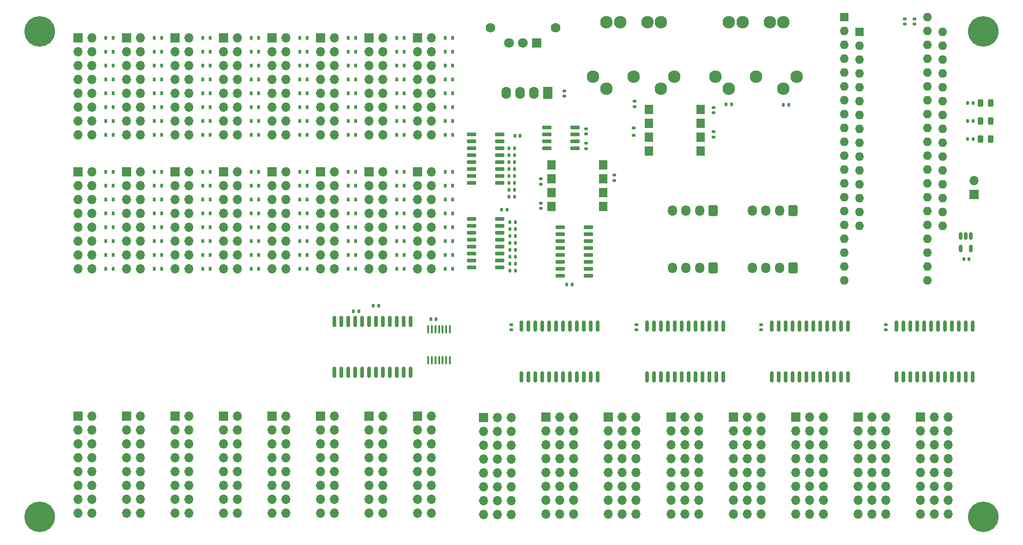
<source format=gts>
G04 #@! TF.GenerationSoftware,KiCad,Pcbnew,6.0.4*
G04 #@! TF.CreationDate,2022-06-03T16:07:39+02:00*
G04 #@! TF.ProjectId,OpenDeck-r3.0.1,4f70656e-4465-4636-9b2d-72332e302e31,rev?*
G04 #@! TF.SameCoordinates,Original*
G04 #@! TF.FileFunction,Soldermask,Top*
G04 #@! TF.FilePolarity,Negative*
%FSLAX46Y46*%
G04 Gerber Fmt 4.6, Leading zero omitted, Abs format (unit mm)*
G04 Created by KiCad (PCBNEW 6.0.4) date 2022-06-03 16:07:39*
%MOMM*%
%LPD*%
G01*
G04 APERTURE LIST*
G04 Aperture macros list*
%AMRoundRect*
0 Rectangle with rounded corners*
0 $1 Rounding radius*
0 $2 $3 $4 $5 $6 $7 $8 $9 X,Y pos of 4 corners*
0 Add a 4 corners polygon primitive as box body*
4,1,4,$2,$3,$4,$5,$6,$7,$8,$9,$2,$3,0*
0 Add four circle primitives for the rounded corners*
1,1,$1+$1,$2,$3*
1,1,$1+$1,$4,$5*
1,1,$1+$1,$6,$7*
1,1,$1+$1,$8,$9*
0 Add four rect primitives between the rounded corners*
20,1,$1+$1,$2,$3,$4,$5,0*
20,1,$1+$1,$4,$5,$6,$7,0*
20,1,$1+$1,$6,$7,$8,$9,0*
20,1,$1+$1,$8,$9,$2,$3,0*%
G04 Aperture macros list end*
%ADD10R,0.600000X0.700000*%
%ADD11R,1.700000X1.700000*%
%ADD12O,1.700000X1.700000*%
%ADD13RoundRect,0.243750X0.243750X0.456250X-0.243750X0.456250X-0.243750X-0.456250X0.243750X-0.456250X0*%
%ADD14RoundRect,0.135000X-0.135000X-0.185000X0.135000X-0.185000X0.135000X0.185000X-0.135000X0.185000X0*%
%ADD15C,5.600000*%
%ADD16RoundRect,0.135000X-0.185000X0.135000X-0.185000X-0.135000X0.185000X-0.135000X0.185000X0.135000X0*%
%ADD17RoundRect,0.250000X0.600000X0.725000X-0.600000X0.725000X-0.600000X-0.725000X0.600000X-0.725000X0*%
%ADD18O,1.700000X1.950000*%
%ADD19C,2.300000*%
%ADD20RoundRect,0.140000X0.170000X-0.140000X0.170000X0.140000X-0.170000X0.140000X-0.170000X-0.140000X0*%
%ADD21R,1.600000X1.600000*%
%ADD22O,1.600000X1.600000*%
%ADD23RoundRect,0.150000X-0.725000X-0.150000X0.725000X-0.150000X0.725000X0.150000X-0.725000X0.150000X0*%
%ADD24RoundRect,0.140000X0.140000X0.170000X-0.140000X0.170000X-0.140000X-0.170000X0.140000X-0.170000X0*%
%ADD25R,1.750000X2.250000*%
%ADD26O,1.750000X2.250000*%
%ADD27R,1.520000X1.780000*%
%ADD28R,1.520000X1.750000*%
%ADD29RoundRect,0.140000X-0.170000X0.140000X-0.170000X-0.140000X0.170000X-0.140000X0.170000X0.140000X0*%
%ADD30RoundRect,0.150000X-0.150000X0.512500X-0.150000X-0.512500X0.150000X-0.512500X0.150000X0.512500X0*%
%ADD31R,0.700000X0.600000*%
%ADD32RoundRect,0.100000X0.100000X-0.637500X0.100000X0.637500X-0.100000X0.637500X-0.100000X-0.637500X0*%
%ADD33RoundRect,0.150000X0.150000X-0.875000X0.150000X0.875000X-0.150000X0.875000X-0.150000X-0.875000X0*%
%ADD34RoundRect,0.135000X0.185000X-0.135000X0.185000X0.135000X-0.185000X0.135000X-0.185000X-0.135000X0*%
%ADD35RoundRect,0.150000X0.725000X0.150000X-0.725000X0.150000X-0.725000X-0.150000X0.725000X-0.150000X0*%
%ADD36C,1.778000*%
%ADD37R,1.800000X1.800000*%
%ADD38C,1.800000*%
%ADD39RoundRect,0.135000X0.135000X0.185000X-0.135000X0.185000X-0.135000X-0.185000X0.135000X-0.185000X0*%
%ADD40RoundRect,0.140000X-0.140000X-0.170000X0.140000X-0.170000X0.140000X0.170000X-0.140000X0.170000X0*%
G04 APERTURE END LIST*
D10*
X141540000Y-36322000D03*
X142940000Y-36322000D03*
X132650000Y-36322000D03*
X134050000Y-36322000D03*
X123760000Y-46482000D03*
X125160000Y-46482000D03*
X114870000Y-46482000D03*
X116270000Y-46482000D03*
D11*
X166365000Y-100775000D03*
D12*
X166365000Y-103315000D03*
X166365000Y-105855000D03*
X166365000Y-108395000D03*
X166365000Y-110935000D03*
X166365000Y-113475000D03*
X166365000Y-116015000D03*
X166365000Y-118555000D03*
X168905000Y-100775000D03*
X168905000Y-103315000D03*
X168905000Y-105855000D03*
X168905000Y-108395000D03*
X168905000Y-110935000D03*
X168905000Y-113475000D03*
X168905000Y-116015000D03*
X168905000Y-118555000D03*
X171445000Y-100775000D03*
X171445000Y-103315000D03*
X171445000Y-105855000D03*
X171445000Y-108395000D03*
X171445000Y-110935000D03*
X171445000Y-113475000D03*
X171445000Y-116015000D03*
X171445000Y-118555000D03*
D10*
X132650000Y-65913000D03*
X134050000Y-65913000D03*
D13*
X259382500Y-43180000D03*
X257507500Y-43180000D03*
D14*
X171194000Y-68834000D03*
X172214000Y-68834000D03*
D15*
X258000000Y-30000000D03*
D10*
X141540000Y-31242000D03*
X142940000Y-31242000D03*
X105980000Y-46482000D03*
X107380000Y-46482000D03*
X159320000Y-33782000D03*
X160720000Y-33782000D03*
D16*
X185166000Y-50544000D03*
X185166000Y-51564000D03*
D17*
X208474000Y-73406000D03*
D18*
X205974000Y-73406000D03*
X203474000Y-73406000D03*
X200974000Y-73406000D03*
D14*
X171194000Y-67564000D03*
X172214000Y-67564000D03*
D11*
X256286000Y-59944000D03*
D12*
X256286000Y-57404000D03*
D14*
X171067000Y-59065640D03*
X172087000Y-59065640D03*
D10*
X159320000Y-38862000D03*
X160720000Y-38862000D03*
X123760000Y-36322000D03*
X125160000Y-36322000D03*
D14*
X171067000Y-57795640D03*
X172087000Y-57795640D03*
D10*
X97090000Y-73533000D03*
X98490000Y-73533000D03*
D16*
X208534000Y-48398000D03*
X208534000Y-49418000D03*
D10*
X105980000Y-31242000D03*
X107380000Y-31242000D03*
D17*
X223123000Y-62882000D03*
D18*
X220623000Y-62882000D03*
X218123000Y-62882000D03*
X215623000Y-62882000D03*
D10*
X105980000Y-70993000D03*
X107380000Y-70993000D03*
D19*
X208908000Y-38313000D03*
X216358000Y-38313000D03*
X223808000Y-38313000D03*
X211358000Y-40513000D03*
X221358000Y-40513000D03*
X221358000Y-28363000D03*
X211358000Y-28363000D03*
X213858000Y-28363000D03*
X218858000Y-28363000D03*
D10*
X97090000Y-70993000D03*
X98490000Y-70993000D03*
X159320000Y-65913000D03*
X160720000Y-65913000D03*
X105980000Y-43942000D03*
X107380000Y-43942000D03*
X105980000Y-36322000D03*
X107380000Y-36322000D03*
D20*
X243586000Y-28674000D03*
X243586000Y-27714000D03*
D10*
X132650000Y-41402000D03*
X134050000Y-41402000D03*
D21*
X235331000Y-30084000D03*
D22*
X235331000Y-32624000D03*
X235331000Y-35164000D03*
X235331000Y-37704000D03*
X235331000Y-40244000D03*
X235331000Y-42784000D03*
X235331000Y-45324000D03*
X235331000Y-47864000D03*
X235331000Y-50404000D03*
X235331000Y-52944000D03*
X235331000Y-55484000D03*
X235331000Y-58024000D03*
X235331000Y-60564000D03*
X235331000Y-63104000D03*
X235331000Y-65644000D03*
X250571000Y-65644000D03*
X250571000Y-63104000D03*
X250571000Y-60564000D03*
X250571000Y-58024000D03*
X250571000Y-55484000D03*
X250571000Y-52944000D03*
X250571000Y-50404000D03*
X250571000Y-47864000D03*
X250571000Y-45324000D03*
X250571000Y-42784000D03*
X250571000Y-40244000D03*
X250571000Y-37704000D03*
X250571000Y-35164000D03*
X250571000Y-32624000D03*
X250571000Y-30084000D03*
D11*
X223652000Y-100745000D03*
D12*
X223652000Y-103285000D03*
X223652000Y-105825000D03*
X223652000Y-108365000D03*
X223652000Y-110905000D03*
X223652000Y-113445000D03*
X223652000Y-115985000D03*
X223652000Y-118525000D03*
X226192000Y-100745000D03*
X226192000Y-103285000D03*
X226192000Y-105825000D03*
X226192000Y-108365000D03*
X226192000Y-110905000D03*
X226192000Y-113445000D03*
X226192000Y-115985000D03*
X226192000Y-118525000D03*
X228732000Y-100745000D03*
X228732000Y-103285000D03*
X228732000Y-105825000D03*
X228732000Y-108365000D03*
X228732000Y-110905000D03*
X228732000Y-113445000D03*
X228732000Y-115985000D03*
X228732000Y-118525000D03*
D11*
X100930596Y-100545916D03*
D12*
X103470596Y-100545916D03*
X100930596Y-103085916D03*
X103470596Y-103085916D03*
X100930596Y-105625916D03*
X103470596Y-105625916D03*
X100930596Y-108165916D03*
X103470596Y-108165916D03*
X100930596Y-110705916D03*
X103470596Y-110705916D03*
X100930596Y-113245916D03*
X103470596Y-113245916D03*
X100930596Y-115785916D03*
X103470596Y-115785916D03*
X100930596Y-118325916D03*
X103470596Y-118325916D03*
D14*
X171067000Y-53985640D03*
X172087000Y-53985640D03*
D10*
X123760000Y-33782000D03*
X125160000Y-33782000D03*
D17*
X223139000Y-73406000D03*
D18*
X220639000Y-73406000D03*
X218139000Y-73406000D03*
X215639000Y-73406000D03*
D23*
X178019000Y-47625000D03*
X178019000Y-48895000D03*
X178019000Y-50165000D03*
X178019000Y-51435000D03*
X183169000Y-51435000D03*
X183169000Y-50165000D03*
X183169000Y-48895000D03*
X183169000Y-47625000D03*
D10*
X150430000Y-68453000D03*
X151830000Y-68453000D03*
D24*
X173073000Y-49159640D03*
X172113000Y-49159640D03*
D25*
X178181000Y-41275000D03*
D26*
X175641000Y-41275000D03*
X173101000Y-41275000D03*
X170561000Y-41275000D03*
D11*
X92075000Y-55753000D03*
D12*
X94615000Y-55753000D03*
X92075000Y-58293000D03*
X94615000Y-58293000D03*
X92075000Y-60833000D03*
X94615000Y-60833000D03*
X92075000Y-63373000D03*
X94615000Y-63373000D03*
X92075000Y-65913000D03*
X94615000Y-65913000D03*
X92075000Y-68453000D03*
X94615000Y-68453000D03*
X92075000Y-70993000D03*
X94615000Y-70993000D03*
X92075000Y-73533000D03*
X94615000Y-73533000D03*
D10*
X132650000Y-58293000D03*
X134050000Y-58293000D03*
D14*
X171067000Y-55255640D03*
X172087000Y-55255640D03*
D11*
X109855000Y-55753000D03*
D12*
X112395000Y-55753000D03*
X109855000Y-58293000D03*
X112395000Y-58293000D03*
X109855000Y-60833000D03*
X112395000Y-60833000D03*
X109855000Y-63373000D03*
X112395000Y-63373000D03*
X109855000Y-65913000D03*
X112395000Y-65913000D03*
X109855000Y-68453000D03*
X112395000Y-68453000D03*
X109855000Y-70993000D03*
X112395000Y-70993000D03*
X109855000Y-73533000D03*
X112395000Y-73533000D03*
D10*
X132650000Y-55753000D03*
X134050000Y-55753000D03*
D14*
X171067000Y-52715640D03*
X172087000Y-52715640D03*
D10*
X150430000Y-36322000D03*
X151830000Y-36322000D03*
X97090000Y-49022000D03*
X98490000Y-49022000D03*
X97090000Y-31242000D03*
X98490000Y-31242000D03*
D27*
X188340989Y-62103000D03*
D28*
X188340989Y-59563000D03*
D27*
X188340989Y-57023000D03*
X188340989Y-54483000D03*
X178820989Y-54483000D03*
X178820989Y-57023000D03*
X178820989Y-59563000D03*
X178820989Y-62103000D03*
D10*
X114870000Y-70993000D03*
X116270000Y-70993000D03*
D11*
X136525000Y-31242000D03*
D12*
X139065000Y-31242000D03*
X136525000Y-33782000D03*
X139065000Y-33782000D03*
X136525000Y-36322000D03*
X139065000Y-36322000D03*
X136525000Y-38862000D03*
X139065000Y-38862000D03*
X136525000Y-41402000D03*
X139065000Y-41402000D03*
X136525000Y-43942000D03*
X139065000Y-43942000D03*
X136525000Y-46482000D03*
X139065000Y-46482000D03*
X136525000Y-49022000D03*
X139065000Y-49022000D03*
D14*
X171194000Y-70104000D03*
X172214000Y-70104000D03*
D29*
X176911000Y-61496000D03*
X176911000Y-62456000D03*
D11*
X109855000Y-31242000D03*
D12*
X112395000Y-31242000D03*
X109855000Y-33782000D03*
X112395000Y-33782000D03*
X109855000Y-36322000D03*
X112395000Y-36322000D03*
X109855000Y-38862000D03*
X112395000Y-38862000D03*
X109855000Y-41402000D03*
X112395000Y-41402000D03*
X109855000Y-43942000D03*
X112395000Y-43942000D03*
X109855000Y-46482000D03*
X112395000Y-46482000D03*
X109855000Y-49022000D03*
X112395000Y-49022000D03*
D15*
X258000000Y-119000000D03*
D10*
X97090000Y-41402000D03*
X98490000Y-41402000D03*
X159320000Y-63373000D03*
X160720000Y-63373000D03*
D13*
X259382500Y-49784000D03*
X257507500Y-49784000D03*
D10*
X105980000Y-73533000D03*
X107380000Y-73533000D03*
X114870000Y-73533000D03*
X116270000Y-73533000D03*
X123760000Y-60833000D03*
X125160000Y-60833000D03*
X159320000Y-60833000D03*
X160720000Y-60833000D03*
D11*
X100965000Y-55753000D03*
D12*
X103505000Y-55753000D03*
X100965000Y-58293000D03*
X103505000Y-58293000D03*
X100965000Y-60833000D03*
X103505000Y-60833000D03*
X100965000Y-63373000D03*
X103505000Y-63373000D03*
X100965000Y-65913000D03*
X103505000Y-65913000D03*
X100965000Y-68453000D03*
X103505000Y-68453000D03*
X100965000Y-70993000D03*
X103505000Y-70993000D03*
X100965000Y-73533000D03*
X103505000Y-73533000D03*
D23*
X164176000Y-64389000D03*
X164176000Y-65659000D03*
X164176000Y-66929000D03*
X164176000Y-68199000D03*
X164176000Y-69469000D03*
X164176000Y-70739000D03*
X164176000Y-72009000D03*
X164176000Y-73279000D03*
X169326000Y-73279000D03*
X169326000Y-72009000D03*
X169326000Y-70739000D03*
X169326000Y-69469000D03*
X169326000Y-68199000D03*
X169326000Y-66929000D03*
X169326000Y-65659000D03*
X169326000Y-64389000D03*
D14*
X171067000Y-51445640D03*
X172087000Y-51445640D03*
D10*
X150430000Y-41402000D03*
X151830000Y-41402000D03*
X123760000Y-55753000D03*
X125160000Y-55753000D03*
D30*
X255699000Y-67564000D03*
X254749000Y-67564000D03*
X253799000Y-67564000D03*
X253799000Y-69839000D03*
X255699000Y-69839000D03*
D24*
X182598000Y-76454000D03*
X181638000Y-76454000D03*
D10*
X105980000Y-33782000D03*
X107380000Y-33782000D03*
D11*
X136490596Y-100545916D03*
D12*
X139030596Y-100545916D03*
X136490596Y-103085916D03*
X139030596Y-103085916D03*
X136490596Y-105625916D03*
X139030596Y-105625916D03*
X136490596Y-108165916D03*
X139030596Y-108165916D03*
X136490596Y-110705916D03*
X139030596Y-110705916D03*
X136490596Y-113245916D03*
X139030596Y-113245916D03*
X136490596Y-115785916D03*
X139030596Y-115785916D03*
X136490596Y-118325916D03*
X139030596Y-118325916D03*
D24*
X157676000Y-82765916D03*
X156716000Y-82765916D03*
D10*
X123760000Y-41402000D03*
X125160000Y-41402000D03*
D11*
X92075000Y-31242000D03*
D12*
X94615000Y-31242000D03*
X92075000Y-33782000D03*
X94615000Y-33782000D03*
X92075000Y-36322000D03*
X94615000Y-36322000D03*
X92075000Y-38862000D03*
X94615000Y-38862000D03*
X92075000Y-41402000D03*
X94615000Y-41402000D03*
X92075000Y-43942000D03*
X94615000Y-43942000D03*
X92075000Y-46482000D03*
X94615000Y-46482000D03*
X92075000Y-49022000D03*
X94615000Y-49022000D03*
D11*
X92040596Y-100530916D03*
D12*
X94580596Y-100530916D03*
X92040596Y-103070916D03*
X94580596Y-103070916D03*
X92040596Y-105610916D03*
X94580596Y-105610916D03*
X92040596Y-108150916D03*
X94580596Y-108150916D03*
X92040596Y-110690916D03*
X94580596Y-110690916D03*
X92040596Y-113230916D03*
X94580596Y-113230916D03*
X92040596Y-115770916D03*
X94580596Y-115770916D03*
X92040596Y-118310916D03*
X94580596Y-118310916D03*
D14*
X171194000Y-66294000D03*
X172214000Y-66294000D03*
D10*
X132650000Y-73533000D03*
X134050000Y-73533000D03*
D14*
X171194000Y-73914000D03*
X172214000Y-73914000D03*
D13*
X259382500Y-46482000D03*
X257507500Y-46482000D03*
D10*
X114870000Y-65913000D03*
X116270000Y-65913000D03*
X159320000Y-41402000D03*
X160720000Y-41402000D03*
D31*
X193929000Y-47687000D03*
X193929000Y-49087000D03*
D14*
X171194000Y-71374000D03*
X172214000Y-71374000D03*
D32*
X156262000Y-90327416D03*
X156912000Y-90327416D03*
X157562000Y-90327416D03*
X158212000Y-90327416D03*
X158862000Y-90327416D03*
X159512000Y-90327416D03*
X160162000Y-90327416D03*
X160162000Y-84602416D03*
X159512000Y-84602416D03*
X158862000Y-84602416D03*
X158212000Y-84602416D03*
X157562000Y-84602416D03*
X156912000Y-84602416D03*
X156262000Y-84602416D03*
D10*
X97090000Y-63373000D03*
X98490000Y-63373000D03*
X150430000Y-60833000D03*
X151830000Y-60833000D03*
X105980000Y-38862000D03*
X107380000Y-38862000D03*
X150430000Y-58293000D03*
X151830000Y-58293000D03*
X159320000Y-58293000D03*
X160720000Y-58293000D03*
X114870000Y-33782000D03*
X116270000Y-33782000D03*
X159320000Y-36322000D03*
X160720000Y-36322000D03*
D21*
X232537000Y-27432000D03*
D22*
X232537000Y-29972000D03*
X232537000Y-32512000D03*
X232537000Y-35052000D03*
X232537000Y-37592000D03*
X232537000Y-40132000D03*
X232537000Y-42672000D03*
X232537000Y-45212000D03*
X232537000Y-47752000D03*
X232537000Y-50292000D03*
X232537000Y-52832000D03*
X232537000Y-55372000D03*
X232537000Y-57912000D03*
X232537000Y-60452000D03*
X232537000Y-62992000D03*
X232537000Y-65532000D03*
X232537000Y-68072000D03*
X232537000Y-70612000D03*
X232537000Y-73152000D03*
X232537000Y-75692000D03*
X247777000Y-75692000D03*
X247777000Y-73152000D03*
X247777000Y-70612000D03*
X247777000Y-68072000D03*
X247777000Y-65532000D03*
X247777000Y-62992000D03*
X247777000Y-60452000D03*
X247777000Y-57912000D03*
X247777000Y-55372000D03*
X247777000Y-52832000D03*
X247777000Y-50292000D03*
X247777000Y-47752000D03*
X247777000Y-45212000D03*
X247777000Y-42672000D03*
X247777000Y-40132000D03*
X247777000Y-37592000D03*
X247777000Y-35052000D03*
X247777000Y-32512000D03*
X247777000Y-29972000D03*
X247777000Y-27432000D03*
D10*
X123760000Y-43942000D03*
X125160000Y-43942000D03*
X105980000Y-63373000D03*
X107380000Y-63373000D03*
D20*
X185166000Y-48867000D03*
X185166000Y-47907000D03*
D10*
X132650000Y-43942000D03*
X134050000Y-43942000D03*
X159320000Y-55753000D03*
X160720000Y-55753000D03*
D33*
X242062000Y-93330000D03*
X243332000Y-93330000D03*
X244602000Y-93330000D03*
X245872000Y-93330000D03*
X247142000Y-93330000D03*
X248412000Y-93330000D03*
X249682000Y-93330000D03*
X250952000Y-93330000D03*
X252222000Y-93330000D03*
X253492000Y-93330000D03*
X254762000Y-93330000D03*
X256032000Y-93330000D03*
X256032000Y-84030000D03*
X254762000Y-84030000D03*
X253492000Y-84030000D03*
X252222000Y-84030000D03*
X250952000Y-84030000D03*
X249682000Y-84030000D03*
X248412000Y-84030000D03*
X247142000Y-84030000D03*
X245872000Y-84030000D03*
X244602000Y-84030000D03*
X243332000Y-84030000D03*
X242062000Y-84030000D03*
X139035000Y-92495916D03*
X140305000Y-92495916D03*
X141575000Y-92495916D03*
X142845000Y-92495916D03*
X144115000Y-92495916D03*
X145385000Y-92495916D03*
X146655000Y-92495916D03*
X147925000Y-92495916D03*
X149195000Y-92495916D03*
X150465000Y-92495916D03*
X151735000Y-92495916D03*
X153005000Y-92495916D03*
X153005000Y-83195916D03*
X151735000Y-83195916D03*
X150465000Y-83195916D03*
X149195000Y-83195916D03*
X147925000Y-83195916D03*
X146655000Y-83195916D03*
X145385000Y-83195916D03*
X144115000Y-83195916D03*
X142845000Y-83195916D03*
X141575000Y-83195916D03*
X140305000Y-83195916D03*
X139035000Y-83195916D03*
D10*
X141540000Y-38862000D03*
X142940000Y-38862000D03*
D17*
X208474000Y-62882000D03*
D18*
X205974000Y-62882000D03*
X203474000Y-62882000D03*
X200974000Y-62882000D03*
D10*
X114870000Y-68453000D03*
X116270000Y-68453000D03*
D14*
X221352000Y-43520000D03*
X222372000Y-43520000D03*
D20*
X240157000Y-84715000D03*
X240157000Y-83755000D03*
D11*
X246507000Y-100745000D03*
D12*
X246507000Y-103285000D03*
X246507000Y-105825000D03*
X246507000Y-108365000D03*
X246507000Y-110905000D03*
X246507000Y-113445000D03*
X246507000Y-115985000D03*
X246507000Y-118525000D03*
X249047000Y-100745000D03*
X249047000Y-103285000D03*
X249047000Y-105825000D03*
X249047000Y-108365000D03*
X249047000Y-110905000D03*
X249047000Y-113445000D03*
X249047000Y-115985000D03*
X249047000Y-118525000D03*
X251587000Y-100745000D03*
X251587000Y-103285000D03*
X251587000Y-105825000D03*
X251587000Y-108365000D03*
X251587000Y-110905000D03*
X251587000Y-113445000D03*
X251587000Y-115985000D03*
X251587000Y-118525000D03*
D10*
X114870000Y-31242000D03*
X116270000Y-31242000D03*
X150430000Y-31242000D03*
X151830000Y-31242000D03*
X114870000Y-55753000D03*
X116270000Y-55753000D03*
X105980000Y-55753000D03*
X107380000Y-55753000D03*
X132650000Y-70993000D03*
X134050000Y-70993000D03*
D33*
X196347000Y-93330000D03*
X197617000Y-93330000D03*
X198887000Y-93330000D03*
X200157000Y-93330000D03*
X201427000Y-93330000D03*
X202697000Y-93330000D03*
X203967000Y-93330000D03*
X205237000Y-93330000D03*
X206507000Y-93330000D03*
X207777000Y-93330000D03*
X209047000Y-93330000D03*
X210317000Y-93330000D03*
X210317000Y-84030000D03*
X209047000Y-84030000D03*
X207777000Y-84030000D03*
X206507000Y-84030000D03*
X205237000Y-84030000D03*
X203967000Y-84030000D03*
X202697000Y-84030000D03*
X201427000Y-84030000D03*
X200157000Y-84030000D03*
X198887000Y-84030000D03*
X197617000Y-84030000D03*
X196347000Y-84030000D03*
D11*
X136525000Y-55753000D03*
D12*
X139065000Y-55753000D03*
X136525000Y-58293000D03*
X139065000Y-58293000D03*
X136525000Y-60833000D03*
X139065000Y-60833000D03*
X136525000Y-63373000D03*
X139065000Y-63373000D03*
X136525000Y-65913000D03*
X139065000Y-65913000D03*
X136525000Y-68453000D03*
X139065000Y-68453000D03*
X136525000Y-70993000D03*
X139065000Y-70993000D03*
X136525000Y-73533000D03*
X139065000Y-73533000D03*
D10*
X150430000Y-38862000D03*
X151830000Y-38862000D03*
X114870000Y-38862000D03*
X116270000Y-38862000D03*
X141540000Y-49022000D03*
X142940000Y-49022000D03*
X141540000Y-41402000D03*
X142940000Y-41402000D03*
X132650000Y-60833000D03*
X134050000Y-60833000D03*
X150430000Y-73533000D03*
X151830000Y-73533000D03*
X123760000Y-31242000D03*
X125160000Y-31242000D03*
D11*
X145415000Y-31242000D03*
D12*
X147955000Y-31242000D03*
X145415000Y-33782000D03*
X147955000Y-33782000D03*
X145415000Y-36322000D03*
X147955000Y-36322000D03*
X145415000Y-38862000D03*
X147955000Y-38862000D03*
X145415000Y-41402000D03*
X147955000Y-41402000D03*
X145415000Y-43942000D03*
X147955000Y-43942000D03*
X145415000Y-46482000D03*
X147955000Y-46482000D03*
X145415000Y-49022000D03*
X147955000Y-49022000D03*
D33*
X219207000Y-93330000D03*
X220477000Y-93330000D03*
X221747000Y-93330000D03*
X223017000Y-93330000D03*
X224287000Y-93330000D03*
X225557000Y-93330000D03*
X226827000Y-93330000D03*
X228097000Y-93330000D03*
X229367000Y-93330000D03*
X230637000Y-93330000D03*
X231907000Y-93330000D03*
X233177000Y-93330000D03*
X233177000Y-84030000D03*
X231907000Y-84030000D03*
X230637000Y-84030000D03*
X229367000Y-84030000D03*
X228097000Y-84030000D03*
X226827000Y-84030000D03*
X225557000Y-84030000D03*
X224287000Y-84030000D03*
X223017000Y-84030000D03*
X221747000Y-84030000D03*
X220477000Y-84030000D03*
X219207000Y-84030000D03*
D10*
X159320000Y-46482000D03*
X160720000Y-46482000D03*
X141540000Y-70993000D03*
X142940000Y-70993000D03*
X114870000Y-49022000D03*
X116270000Y-49022000D03*
X97090000Y-46482000D03*
X98490000Y-46482000D03*
D20*
X208534000Y-44943000D03*
X208534000Y-43983000D03*
D34*
X176850000Y-58041000D03*
X176850000Y-57021000D03*
D11*
X127635000Y-31242000D03*
D12*
X130175000Y-31242000D03*
X127635000Y-33782000D03*
X130175000Y-33782000D03*
X127635000Y-36322000D03*
X130175000Y-36322000D03*
X127635000Y-38862000D03*
X130175000Y-38862000D03*
X127635000Y-41402000D03*
X130175000Y-41402000D03*
X127635000Y-43942000D03*
X130175000Y-43942000D03*
X127635000Y-46482000D03*
X130175000Y-46482000D03*
X127635000Y-49022000D03*
X130175000Y-49022000D03*
D19*
X186458000Y-38313000D03*
X193908000Y-38313000D03*
X201358000Y-38313000D03*
X188908000Y-40513000D03*
X198908000Y-40513000D03*
X198908000Y-28363000D03*
X188908000Y-28363000D03*
X191408000Y-28363000D03*
X196408000Y-28363000D03*
D23*
X164176000Y-48905640D03*
X164176000Y-50175640D03*
X164176000Y-51445640D03*
X164176000Y-52715640D03*
X164176000Y-53985640D03*
X164176000Y-55255640D03*
X164176000Y-56525640D03*
X164176000Y-57795640D03*
X169326000Y-57795640D03*
X169326000Y-56525640D03*
X169326000Y-55255640D03*
X169326000Y-53985640D03*
X169326000Y-52715640D03*
X169326000Y-51445640D03*
X169326000Y-50175640D03*
X169326000Y-48905640D03*
D10*
X132650000Y-68453000D03*
X134050000Y-68453000D03*
X97090000Y-60833000D03*
X98490000Y-60833000D03*
D16*
X190312000Y-56386000D03*
X190312000Y-57406000D03*
D10*
X132650000Y-38862000D03*
X134050000Y-38862000D03*
X141540000Y-33782000D03*
X142940000Y-33782000D03*
D11*
X145415000Y-55753000D03*
D12*
X147955000Y-55753000D03*
X145415000Y-58293000D03*
X147955000Y-58293000D03*
X145415000Y-60833000D03*
X147955000Y-60833000D03*
X145415000Y-63373000D03*
X147955000Y-63373000D03*
X145415000Y-65913000D03*
X147955000Y-65913000D03*
X145415000Y-68453000D03*
X147955000Y-68453000D03*
X145415000Y-70993000D03*
X147955000Y-70993000D03*
X145415000Y-73533000D03*
X147955000Y-73533000D03*
D10*
X123760000Y-49022000D03*
X125160000Y-49022000D03*
X141540000Y-46482000D03*
X142940000Y-46482000D03*
D11*
X109820596Y-100545916D03*
D12*
X112360596Y-100545916D03*
X109820596Y-103085916D03*
X112360596Y-103085916D03*
X109820596Y-105625916D03*
X112360596Y-105625916D03*
X109820596Y-108165916D03*
X112360596Y-108165916D03*
X109820596Y-110705916D03*
X112360596Y-110705916D03*
X109820596Y-113245916D03*
X112360596Y-113245916D03*
X109820596Y-115785916D03*
X112360596Y-115785916D03*
X109820596Y-118325916D03*
X112360596Y-118325916D03*
D33*
X173355000Y-93345000D03*
X174625000Y-93345000D03*
X175895000Y-93345000D03*
X177165000Y-93345000D03*
X178435000Y-93345000D03*
X179705000Y-93345000D03*
X180975000Y-93345000D03*
X182245000Y-93345000D03*
X183515000Y-93345000D03*
X184785000Y-93345000D03*
X186055000Y-93345000D03*
X187325000Y-93345000D03*
X187325000Y-84045000D03*
X186055000Y-84045000D03*
X184785000Y-84045000D03*
X183515000Y-84045000D03*
X182245000Y-84045000D03*
X180975000Y-84045000D03*
X179705000Y-84045000D03*
X178435000Y-84045000D03*
X177165000Y-84045000D03*
X175895000Y-84045000D03*
X174625000Y-84045000D03*
X173355000Y-84045000D03*
D10*
X150430000Y-49022000D03*
X151830000Y-49022000D03*
D14*
X142464000Y-81353916D03*
X143484000Y-81353916D03*
D11*
X118745000Y-31242000D03*
D12*
X121285000Y-31242000D03*
X118745000Y-33782000D03*
X121285000Y-33782000D03*
X118745000Y-36322000D03*
X121285000Y-36322000D03*
X118745000Y-38862000D03*
X121285000Y-38862000D03*
X118745000Y-41402000D03*
X121285000Y-41402000D03*
X118745000Y-43942000D03*
X121285000Y-43942000D03*
X118745000Y-46482000D03*
X121285000Y-46482000D03*
X118745000Y-49022000D03*
X121285000Y-49022000D03*
D10*
X141540000Y-68453000D03*
X142940000Y-68453000D03*
D14*
X255141000Y-49784000D03*
X256161000Y-49784000D03*
D10*
X123760000Y-70993000D03*
X125160000Y-70993000D03*
X97090000Y-33782000D03*
X98490000Y-33782000D03*
X132650000Y-33782000D03*
X134050000Y-33782000D03*
X150430000Y-33782000D03*
X151830000Y-33782000D03*
D14*
X255141000Y-46482000D03*
X256161000Y-46482000D03*
D10*
X150430000Y-65913000D03*
X151830000Y-65913000D03*
X105980000Y-60833000D03*
X107380000Y-60833000D03*
X114870000Y-60833000D03*
X116270000Y-60833000D03*
X97090000Y-38862000D03*
X98490000Y-38862000D03*
D14*
X255141000Y-43180000D03*
X256161000Y-43180000D03*
D35*
X185582000Y-74803000D03*
X185582000Y-73533000D03*
X185582000Y-72263000D03*
X185582000Y-70993000D03*
X185582000Y-69723000D03*
X185582000Y-68453000D03*
X185582000Y-67183000D03*
X185582000Y-65913000D03*
X180432000Y-65913000D03*
X180432000Y-67183000D03*
X180432000Y-68453000D03*
X180432000Y-69723000D03*
X180432000Y-70993000D03*
X180432000Y-72263000D03*
X180432000Y-73533000D03*
X180432000Y-74803000D03*
D10*
X132650000Y-31242000D03*
X134050000Y-31242000D03*
X150430000Y-46482000D03*
X151830000Y-46482000D03*
D11*
X127635000Y-55753000D03*
D12*
X130175000Y-55753000D03*
X127635000Y-58293000D03*
X130175000Y-58293000D03*
X127635000Y-60833000D03*
X130175000Y-60833000D03*
X127635000Y-63373000D03*
X130175000Y-63373000D03*
X127635000Y-65913000D03*
X130175000Y-65913000D03*
X127635000Y-68453000D03*
X130175000Y-68453000D03*
X127635000Y-70993000D03*
X130175000Y-70993000D03*
X127635000Y-73533000D03*
X130175000Y-73533000D03*
D11*
X127600596Y-100545916D03*
D12*
X130140596Y-100545916D03*
X127600596Y-103085916D03*
X130140596Y-103085916D03*
X127600596Y-105625916D03*
X130140596Y-105625916D03*
X127600596Y-108165916D03*
X130140596Y-108165916D03*
X127600596Y-110705916D03*
X130140596Y-110705916D03*
X127600596Y-113245916D03*
X130140596Y-113245916D03*
X127600596Y-115785916D03*
X130140596Y-115785916D03*
X127600596Y-118325916D03*
X130140596Y-118325916D03*
D10*
X141540000Y-63373000D03*
X142940000Y-63373000D03*
X159320000Y-70993000D03*
X160720000Y-70993000D03*
D11*
X200792000Y-100745000D03*
D12*
X200792000Y-103285000D03*
X200792000Y-105825000D03*
X200792000Y-108365000D03*
X200792000Y-110905000D03*
X200792000Y-113445000D03*
X200792000Y-115985000D03*
X200792000Y-118525000D03*
X203332000Y-100745000D03*
X203332000Y-103285000D03*
X203332000Y-105825000D03*
X203332000Y-108365000D03*
X203332000Y-110905000D03*
X203332000Y-113445000D03*
X203332000Y-115985000D03*
X203332000Y-118525000D03*
X205872000Y-100745000D03*
X205872000Y-103285000D03*
X205872000Y-105825000D03*
X205872000Y-108365000D03*
X205872000Y-110905000D03*
X205872000Y-113445000D03*
X205872000Y-115985000D03*
X205872000Y-118525000D03*
D10*
X150430000Y-63373000D03*
X151830000Y-63373000D03*
D15*
X85000000Y-119000000D03*
D10*
X141540000Y-43942000D03*
X142940000Y-43942000D03*
D14*
X171194000Y-72644000D03*
X172214000Y-72644000D03*
D11*
X177800000Y-100760000D03*
D12*
X177800000Y-103300000D03*
X177800000Y-105840000D03*
X177800000Y-108380000D03*
X177800000Y-110920000D03*
X177800000Y-113460000D03*
X177800000Y-116000000D03*
X177800000Y-118540000D03*
X180340000Y-100760000D03*
X180340000Y-103300000D03*
X180340000Y-105840000D03*
X180340000Y-108380000D03*
X180340000Y-110920000D03*
X180340000Y-113460000D03*
X180340000Y-116000000D03*
X180340000Y-118540000D03*
X182880000Y-100760000D03*
X182880000Y-103300000D03*
X182880000Y-105840000D03*
X182880000Y-108380000D03*
X182880000Y-110920000D03*
X182880000Y-113460000D03*
X182880000Y-116000000D03*
X182880000Y-118540000D03*
D10*
X141540000Y-65913000D03*
X142940000Y-65913000D03*
X132650000Y-49022000D03*
X134050000Y-49022000D03*
X123760000Y-73533000D03*
X125160000Y-73533000D03*
X123760000Y-38862000D03*
X125160000Y-38862000D03*
X150430000Y-43942000D03*
X151830000Y-43942000D03*
D15*
X85000000Y-30000000D03*
D10*
X97090000Y-58293000D03*
X98490000Y-58293000D03*
X105980000Y-58293000D03*
X107380000Y-58293000D03*
X97090000Y-43942000D03*
X98490000Y-43942000D03*
X150430000Y-55753000D03*
X151830000Y-55753000D03*
D14*
X171067000Y-56525640D03*
X172087000Y-56525640D03*
D10*
X159320000Y-43942000D03*
X160720000Y-43942000D03*
X150430000Y-70993000D03*
X151830000Y-70993000D03*
X114870000Y-41402000D03*
X116270000Y-41402000D03*
D11*
X154305000Y-55753000D03*
D12*
X156845000Y-55753000D03*
X154305000Y-58293000D03*
X156845000Y-58293000D03*
X154305000Y-60833000D03*
X156845000Y-60833000D03*
X154305000Y-63373000D03*
X156845000Y-63373000D03*
X154305000Y-65913000D03*
X156845000Y-65913000D03*
X154305000Y-68453000D03*
X156845000Y-68453000D03*
X154305000Y-70993000D03*
X156845000Y-70993000D03*
X154305000Y-73533000D03*
X156845000Y-73533000D03*
D16*
X194056000Y-42810000D03*
X194056000Y-43830000D03*
D11*
X189230000Y-100760000D03*
D12*
X189230000Y-103300000D03*
X189230000Y-105840000D03*
X189230000Y-108380000D03*
X189230000Y-110920000D03*
X189230000Y-113460000D03*
X189230000Y-116000000D03*
X189230000Y-118540000D03*
X191770000Y-100760000D03*
X191770000Y-103300000D03*
X191770000Y-105840000D03*
X191770000Y-108380000D03*
X191770000Y-110920000D03*
X191770000Y-113460000D03*
X191770000Y-116000000D03*
X191770000Y-118540000D03*
X194310000Y-100760000D03*
X194310000Y-103300000D03*
X194310000Y-105840000D03*
X194310000Y-108380000D03*
X194310000Y-110920000D03*
X194310000Y-113460000D03*
X194310000Y-116000000D03*
X194310000Y-118540000D03*
D14*
X171067000Y-60335640D03*
X172087000Y-60335640D03*
D10*
X123760000Y-63373000D03*
X125160000Y-63373000D03*
D36*
X179578000Y-29337000D03*
X167640000Y-29337000D03*
D37*
X176149000Y-32131000D03*
D38*
X173609000Y-32131000D03*
X171069000Y-32131000D03*
D10*
X141540000Y-73533000D03*
X142940000Y-73533000D03*
D20*
X217302000Y-84715000D03*
X217302000Y-83755000D03*
D29*
X181229000Y-40922000D03*
X181229000Y-41882000D03*
D10*
X105980000Y-49022000D03*
X107380000Y-49022000D03*
D20*
X245364000Y-28674000D03*
X245364000Y-27714000D03*
D10*
X123760000Y-65913000D03*
X125160000Y-65913000D03*
X132650000Y-46482000D03*
X134050000Y-46482000D03*
D11*
X154265596Y-100560916D03*
D12*
X156805596Y-100560916D03*
X154265596Y-103100916D03*
X156805596Y-103100916D03*
X154265596Y-105640916D03*
X156805596Y-105640916D03*
X154265596Y-108180916D03*
X156805596Y-108180916D03*
X154265596Y-110720916D03*
X156805596Y-110720916D03*
X154265596Y-113260916D03*
X156805596Y-113260916D03*
X154265596Y-115800916D03*
X156805596Y-115800916D03*
X154265596Y-118340916D03*
X156805596Y-118340916D03*
D10*
X123760000Y-58293000D03*
X125160000Y-58293000D03*
D20*
X194442000Y-84715000D03*
X194442000Y-83755000D03*
D11*
X154305000Y-31242000D03*
D12*
X156845000Y-31242000D03*
X154305000Y-33782000D03*
X156845000Y-33782000D03*
X154305000Y-36322000D03*
X156845000Y-36322000D03*
X154305000Y-38862000D03*
X156845000Y-38862000D03*
X154305000Y-41402000D03*
X156845000Y-41402000D03*
X154305000Y-43942000D03*
X156845000Y-43942000D03*
X154305000Y-46482000D03*
X156845000Y-46482000D03*
X154305000Y-49022000D03*
X156845000Y-49022000D03*
D10*
X105980000Y-41402000D03*
X107380000Y-41402000D03*
D11*
X212217000Y-100760000D03*
D12*
X212217000Y-103300000D03*
X212217000Y-105840000D03*
X212217000Y-108380000D03*
X212217000Y-110920000D03*
X212217000Y-113460000D03*
X212217000Y-116000000D03*
X212217000Y-118540000D03*
X214757000Y-100760000D03*
X214757000Y-103300000D03*
X214757000Y-105840000D03*
X214757000Y-108380000D03*
X214757000Y-110920000D03*
X214757000Y-113460000D03*
X214757000Y-116000000D03*
X214757000Y-118540000D03*
X217297000Y-100760000D03*
X217297000Y-103300000D03*
X217297000Y-105840000D03*
X217297000Y-108380000D03*
X217297000Y-110920000D03*
X217297000Y-113460000D03*
X217297000Y-116000000D03*
X217297000Y-118540000D03*
D10*
X141540000Y-55753000D03*
X142940000Y-55753000D03*
D24*
X170660000Y-62738000D03*
X169700000Y-62738000D03*
D11*
X145380596Y-100560916D03*
D12*
X147920596Y-100560916D03*
X145380596Y-103100916D03*
X147920596Y-103100916D03*
X145380596Y-105640916D03*
X147920596Y-105640916D03*
X145380596Y-108180916D03*
X147920596Y-108180916D03*
X145380596Y-110720916D03*
X147920596Y-110720916D03*
X145380596Y-113260916D03*
X147920596Y-113260916D03*
X145380596Y-115800916D03*
X147920596Y-115800916D03*
X145380596Y-118340916D03*
X147920596Y-118340916D03*
D10*
X97090000Y-65913000D03*
X98490000Y-65913000D03*
X114870000Y-58293000D03*
X116270000Y-58293000D03*
X132650000Y-63373000D03*
X134050000Y-63373000D03*
X114870000Y-43942000D03*
X116270000Y-43942000D03*
D20*
X171450000Y-84730000D03*
X171450000Y-83770000D03*
D11*
X118710596Y-100545916D03*
D12*
X121250596Y-100545916D03*
X118710596Y-103085916D03*
X121250596Y-103085916D03*
X118710596Y-105625916D03*
X121250596Y-105625916D03*
X118710596Y-108165916D03*
X121250596Y-108165916D03*
X118710596Y-110705916D03*
X121250596Y-110705916D03*
X118710596Y-113245916D03*
X121250596Y-113245916D03*
X118710596Y-115785916D03*
X121250596Y-115785916D03*
X118710596Y-118325916D03*
X121250596Y-118325916D03*
D24*
X147135000Y-80337916D03*
X146175000Y-80337916D03*
D10*
X159320000Y-73533000D03*
X160720000Y-73533000D03*
D11*
X100965000Y-31242000D03*
D12*
X103505000Y-31242000D03*
X100965000Y-33782000D03*
X103505000Y-33782000D03*
X100965000Y-36322000D03*
X103505000Y-36322000D03*
X100965000Y-38862000D03*
X103505000Y-38862000D03*
X100965000Y-41402000D03*
X103505000Y-41402000D03*
X100965000Y-43942000D03*
X103505000Y-43942000D03*
X100965000Y-46482000D03*
X103505000Y-46482000D03*
X100965000Y-49022000D03*
X103505000Y-49022000D03*
D10*
X114870000Y-63373000D03*
X116270000Y-63373000D03*
D39*
X211838000Y-43434000D03*
X210818000Y-43434000D03*
D10*
X105980000Y-68453000D03*
X107380000Y-68453000D03*
D11*
X235072000Y-100760000D03*
D12*
X235072000Y-103300000D03*
X235072000Y-105840000D03*
X235072000Y-108380000D03*
X235072000Y-110920000D03*
X235072000Y-113460000D03*
X235072000Y-116000000D03*
X235072000Y-118540000D03*
X237612000Y-100760000D03*
X237612000Y-103300000D03*
X237612000Y-105840000D03*
X237612000Y-108380000D03*
X237612000Y-110920000D03*
X237612000Y-113460000D03*
X237612000Y-116000000D03*
X237612000Y-118540000D03*
X240152000Y-100760000D03*
X240152000Y-103300000D03*
X240152000Y-105840000D03*
X240152000Y-108380000D03*
X240152000Y-110920000D03*
X240152000Y-113460000D03*
X240152000Y-116000000D03*
X240152000Y-118540000D03*
D10*
X97090000Y-36322000D03*
X98490000Y-36322000D03*
X114870000Y-36322000D03*
X116270000Y-36322000D03*
X97090000Y-55753000D03*
X98490000Y-55753000D03*
X105980000Y-65913000D03*
X107380000Y-65913000D03*
X141540000Y-60833000D03*
X142940000Y-60833000D03*
X141540000Y-58293000D03*
X142940000Y-58293000D03*
X97090000Y-68453000D03*
X98490000Y-68453000D03*
D11*
X118745000Y-55753000D03*
D12*
X121285000Y-55753000D03*
X118745000Y-58293000D03*
X121285000Y-58293000D03*
X118745000Y-60833000D03*
X121285000Y-60833000D03*
X118745000Y-63373000D03*
X121285000Y-63373000D03*
X118745000Y-65913000D03*
X121285000Y-65913000D03*
X118745000Y-68453000D03*
X121285000Y-68453000D03*
X118745000Y-70993000D03*
X121285000Y-70993000D03*
X118745000Y-73533000D03*
X121285000Y-73533000D03*
D40*
X254409000Y-71755000D03*
X255369000Y-71755000D03*
D14*
X171194000Y-65024000D03*
X172214000Y-65024000D03*
D10*
X159320000Y-49022000D03*
X160720000Y-49022000D03*
D27*
X196662000Y-44336000D03*
D28*
X196662000Y-46876000D03*
D27*
X196662000Y-49416000D03*
X196662000Y-51956000D03*
X206182000Y-51956000D03*
X206182000Y-49416000D03*
X206182000Y-46876000D03*
X206182000Y-44336000D03*
D10*
X159320000Y-31242000D03*
X160720000Y-31242000D03*
X123760000Y-68453000D03*
X125160000Y-68453000D03*
X159320000Y-68453000D03*
X160720000Y-68453000D03*
M02*

</source>
